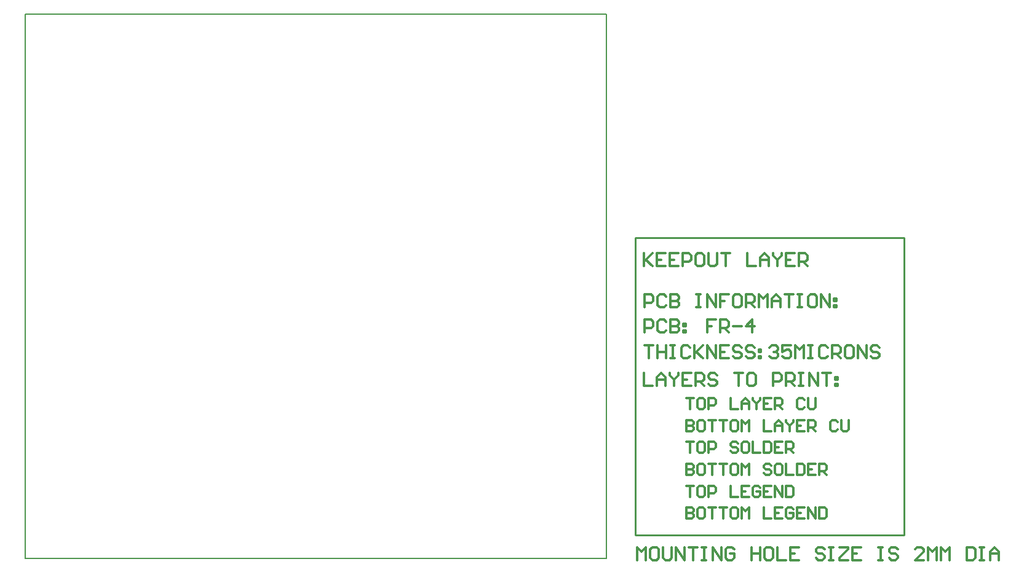
<source format=gko>
%FSLAX25Y25*%
%MOIN*%
G70*
G01*
G75*
G04 Layer_Color=16711935*
%ADD10C,0.03000*%
%ADD11C,0.01800*%
%ADD12C,0.02200*%
%ADD13C,0.00800*%
%ADD14C,0.01400*%
%ADD15C,0.01575*%
%ADD16C,0.19685*%
%ADD17O,0.07500X0.09000*%
%ADD18R,0.07500X0.09000*%
%ADD19C,0.09000*%
%ADD20R,0.09000X0.07500*%
%ADD21O,0.09000X0.07500*%
%ADD22C,0.07500*%
%ADD23C,0.09843*%
%ADD24R,0.06693X0.06693*%
%ADD25R,0.06693X0.06693*%
%ADD26C,0.01600*%
%ADD27C,0.00787*%
%ADD28C,0.01000*%
%ADD29C,0.20485*%
%ADD30O,0.08300X0.09800*%
%ADD31R,0.08300X0.09800*%
%ADD32C,0.09800*%
%ADD33R,0.09800X0.08300*%
%ADD34O,0.09800X0.08300*%
%ADD35C,0.08300*%
%ADD36R,0.07493X0.07493*%
%ADD37R,0.07493X0.07493*%
%ADD38C,0.01200*%
%ADD39P,0.10607X4X90.0*%
D13*
X393701Y393701D02*
Y688976D01*
X708661D01*
Y393701D02*
Y688976D01*
X393701Y393701D02*
X708661D01*
D28*
X724279Y406311D02*
Y567811D01*
Y406311D02*
X869949D01*
Y567811D01*
X724279D02*
X869949D01*
D38*
X725500Y392811D02*
Y399809D01*
X727833Y397476D01*
X730165Y399809D01*
Y392811D01*
X735997Y399809D02*
X733664D01*
X732498Y398642D01*
Y393977D01*
X733664Y392811D01*
X735997D01*
X737163Y393977D01*
Y398642D01*
X735997Y399809D01*
X739496D02*
Y393977D01*
X740662Y392811D01*
X742994D01*
X744161Y393977D01*
Y399809D01*
X746493Y392811D02*
Y399809D01*
X751158Y392811D01*
Y399809D01*
X753491D02*
X758156D01*
X755824D01*
Y392811D01*
X760489Y399809D02*
X762821D01*
X761655D01*
Y392811D01*
X760489D01*
X762821D01*
X766320D02*
Y399809D01*
X770985Y392811D01*
Y399809D01*
X777983Y398642D02*
X776817Y399809D01*
X774484D01*
X773318Y398642D01*
Y393977D01*
X774484Y392811D01*
X776817D01*
X777983Y393977D01*
Y396310D01*
X775651D01*
X787313Y399809D02*
Y392811D01*
Y396310D01*
X791979D01*
Y399809D01*
Y392811D01*
X797810Y399809D02*
X795477D01*
X794311Y398642D01*
Y393977D01*
X795477Y392811D01*
X797810D01*
X798976Y393977D01*
Y398642D01*
X797810Y399809D01*
X801309D02*
Y392811D01*
X805974D01*
X812972Y399809D02*
X808307D01*
Y392811D01*
X812972D01*
X808307Y396310D02*
X810639D01*
X826967Y398642D02*
X825801Y399809D01*
X823468D01*
X822302Y398642D01*
Y397476D01*
X823468Y396310D01*
X825801D01*
X826967Y395144D01*
Y393977D01*
X825801Y392811D01*
X823468D01*
X822302Y393977D01*
X829300Y399809D02*
X831632D01*
X830466D01*
Y392811D01*
X829300D01*
X831632D01*
X835131Y399809D02*
X839796D01*
Y398642D01*
X835131Y393977D01*
Y392811D01*
X839796D01*
X846794Y399809D02*
X842129D01*
Y392811D01*
X846794D01*
X842129Y396310D02*
X844462D01*
X856124Y399809D02*
X858457D01*
X857291D01*
Y392811D01*
X856124D01*
X858457D01*
X866621Y398642D02*
X865455Y399809D01*
X863122D01*
X861956Y398642D01*
Y397476D01*
X863122Y396310D01*
X865455D01*
X866621Y395144D01*
Y393977D01*
X865455Y392811D01*
X863122D01*
X861956Y393977D01*
X880617Y392811D02*
X875951D01*
X880617Y397476D01*
Y398642D01*
X879450Y399809D01*
X877118D01*
X875951Y398642D01*
X882949Y392811D02*
Y399809D01*
X885282Y397476D01*
X887614Y399809D01*
Y392811D01*
X889947D02*
Y399809D01*
X892280Y397476D01*
X894612Y399809D01*
Y392811D01*
X903942Y399809D02*
Y392811D01*
X907441D01*
X908607Y393977D01*
Y398642D01*
X907441Y399809D01*
X903942D01*
X910940D02*
X913273D01*
X912106D01*
Y392811D01*
X910940D01*
X913273D01*
X916772D02*
Y397476D01*
X919104Y399809D01*
X921437Y397476D01*
Y392811D01*
Y396310D01*
X916772D01*
X752000Y433209D02*
X755999D01*
X753999D01*
Y427211D01*
X760997Y433209D02*
X758998D01*
X757998Y432209D01*
Y428211D01*
X758998Y427211D01*
X760997D01*
X761997Y428211D01*
Y432209D01*
X760997Y433209D01*
X763996Y427211D02*
Y433209D01*
X766995D01*
X767995Y432209D01*
Y430210D01*
X766995Y429210D01*
X763996D01*
X775992Y433209D02*
Y427211D01*
X779991D01*
X785989Y433209D02*
X781990D01*
Y427211D01*
X785989D01*
X781990Y430210D02*
X783990D01*
X791987Y432209D02*
X790987Y433209D01*
X788988D01*
X787988Y432209D01*
Y428211D01*
X788988Y427211D01*
X790987D01*
X791987Y428211D01*
Y430210D01*
X789988D01*
X797985Y433209D02*
X793986D01*
Y427211D01*
X797985D01*
X793986Y430210D02*
X795986D01*
X799985Y427211D02*
Y433209D01*
X803983Y427211D01*
Y433209D01*
X805982D02*
Y427211D01*
X808982D01*
X809981Y428211D01*
Y432209D01*
X808982Y433209D01*
X805982D01*
X729000Y559309D02*
Y552311D01*
Y554644D01*
X733665Y559309D01*
X730166Y555810D01*
X733665Y552311D01*
X740663Y559309D02*
X735998D01*
Y552311D01*
X740663D01*
X735998Y555810D02*
X738330D01*
X747661Y559309D02*
X742996D01*
Y552311D01*
X747661D01*
X742996Y555810D02*
X745328D01*
X749993Y552311D02*
Y559309D01*
X753492D01*
X754658Y558143D01*
Y555810D01*
X753492Y554644D01*
X749993D01*
X760490Y559309D02*
X758157D01*
X756991Y558143D01*
Y553477D01*
X758157Y552311D01*
X760490D01*
X761656Y553477D01*
Y558143D01*
X760490Y559309D01*
X763989D02*
Y553477D01*
X765155Y552311D01*
X767488D01*
X768654Y553477D01*
Y559309D01*
X770986D02*
X775652D01*
X773319D01*
Y552311D01*
X784982Y559309D02*
Y552311D01*
X789647D01*
X791980D02*
Y556976D01*
X794312Y559309D01*
X796645Y556976D01*
Y552311D01*
Y555810D01*
X791980D01*
X798977Y559309D02*
Y558143D01*
X801310Y555810D01*
X803643Y558143D01*
Y559309D01*
X801310Y555810D02*
Y552311D01*
X810640Y559309D02*
X805975D01*
Y552311D01*
X810640D01*
X805975Y555810D02*
X808308D01*
X812973Y552311D02*
Y559309D01*
X816472D01*
X817638Y558143D01*
Y555810D01*
X816472Y554644D01*
X812973D01*
X815306D02*
X817638Y552311D01*
X729500Y529968D02*
Y536966D01*
X732999D01*
X734165Y535800D01*
Y533467D01*
X732999Y532301D01*
X729500D01*
X741163Y535800D02*
X739997Y536966D01*
X737664D01*
X736498Y535800D01*
Y531134D01*
X737664Y529968D01*
X739997D01*
X741163Y531134D01*
X743496Y536966D02*
Y529968D01*
X746994D01*
X748161Y531134D01*
Y532301D01*
X746994Y533467D01*
X743496D01*
X746994D01*
X748161Y534633D01*
Y535800D01*
X746994Y536966D01*
X743496D01*
X757491D02*
X759824D01*
X758657D01*
Y529968D01*
X757491D01*
X759824D01*
X763322D02*
Y536966D01*
X767988Y529968D01*
Y536966D01*
X774985D02*
X770320D01*
Y533467D01*
X772653D01*
X770320D01*
Y529968D01*
X780817Y536966D02*
X778484D01*
X777318Y535800D01*
Y531134D01*
X778484Y529968D01*
X780817D01*
X781983Y531134D01*
Y535800D01*
X780817Y536966D01*
X784316Y529968D02*
Y536966D01*
X787815D01*
X788981Y535800D01*
Y533467D01*
X787815Y532301D01*
X784316D01*
X786648D02*
X788981Y529968D01*
X791313D02*
Y536966D01*
X793646Y534633D01*
X795978Y536966D01*
Y529968D01*
X798311D02*
Y534633D01*
X800644Y536966D01*
X802976Y534633D01*
Y529968D01*
Y533467D01*
X798311D01*
X805309Y536966D02*
X809974D01*
X807641D01*
Y529968D01*
X812307Y536966D02*
X814639D01*
X813473D01*
Y529968D01*
X812307D01*
X814639D01*
X821637Y536966D02*
X819304D01*
X818138Y535800D01*
Y531134D01*
X819304Y529968D01*
X821637D01*
X822803Y531134D01*
Y535800D01*
X821637Y536966D01*
X825136Y529968D02*
Y536966D01*
X829801Y529968D01*
Y536966D01*
X832133Y534633D02*
X833300D01*
Y533467D01*
X832133D01*
Y534633D01*
Y531134D02*
X833300D01*
Y529968D01*
X832133D01*
Y531134D01*
X729500Y509309D02*
X734165D01*
X731833D01*
Y502311D01*
X736498Y509309D02*
Y502311D01*
Y505810D01*
X741163D01*
Y509309D01*
Y502311D01*
X743496Y509309D02*
X745828D01*
X744662D01*
Y502311D01*
X743496D01*
X745828D01*
X753992Y508143D02*
X752826Y509309D01*
X750493D01*
X749327Y508143D01*
Y503477D01*
X750493Y502311D01*
X752826D01*
X753992Y503477D01*
X756325Y509309D02*
Y502311D01*
Y504644D01*
X760990Y509309D01*
X757491Y505810D01*
X760990Y502311D01*
X763322D02*
Y509309D01*
X767988Y502311D01*
Y509309D01*
X774985D02*
X770320D01*
Y502311D01*
X774985D01*
X770320Y505810D02*
X772653D01*
X781983Y508143D02*
X780817Y509309D01*
X778484D01*
X777318Y508143D01*
Y506976D01*
X778484Y505810D01*
X780817D01*
X781983Y504644D01*
Y503477D01*
X780817Y502311D01*
X778484D01*
X777318Y503477D01*
X788981Y508143D02*
X787815Y509309D01*
X785482D01*
X784316Y508143D01*
Y506976D01*
X785482Y505810D01*
X787815D01*
X788981Y504644D01*
Y503477D01*
X787815Y502311D01*
X785482D01*
X784316Y503477D01*
X791313Y506976D02*
X792480D01*
Y505810D01*
X791313D01*
Y506976D01*
Y503477D02*
X792480D01*
Y502311D01*
X791313D01*
Y503477D01*
X797145Y508143D02*
X798311Y509309D01*
X800644D01*
X801810Y508143D01*
Y506976D01*
X800644Y505810D01*
X799477D01*
X800644D01*
X801810Y504644D01*
Y503477D01*
X800644Y502311D01*
X798311D01*
X797145Y503477D01*
X808808Y509309D02*
X804143D01*
Y505810D01*
X806475Y506976D01*
X807641D01*
X808808Y505810D01*
Y503477D01*
X807641Y502311D01*
X805309D01*
X804143Y503477D01*
X811140Y502311D02*
Y509309D01*
X813473Y506976D01*
X815806Y509309D01*
Y502311D01*
X818138Y509309D02*
X820471D01*
X819304D01*
Y502311D01*
X818138D01*
X820471D01*
X828635Y508143D02*
X827468Y509309D01*
X825136D01*
X823969Y508143D01*
Y503477D01*
X825136Y502311D01*
X827468D01*
X828635Y503477D01*
X830967Y502311D02*
Y509309D01*
X834466D01*
X835632Y508143D01*
Y505810D01*
X834466Y504644D01*
X830967D01*
X833300D02*
X835632Y502311D01*
X841464Y509309D02*
X839131D01*
X837965Y508143D01*
Y503477D01*
X839131Y502311D01*
X841464D01*
X842630Y503477D01*
Y508143D01*
X841464Y509309D01*
X844963Y502311D02*
Y509309D01*
X849628Y502311D01*
Y509309D01*
X856626Y508143D02*
X855459Y509309D01*
X853127D01*
X851960Y508143D01*
Y506976D01*
X853127Y505810D01*
X855459D01*
X856626Y504644D01*
Y503477D01*
X855459Y502311D01*
X853127D01*
X851960Y503477D01*
X729500Y516311D02*
Y523309D01*
X732999D01*
X734165Y522143D01*
Y519810D01*
X732999Y518644D01*
X729500D01*
X741163Y522143D02*
X739997Y523309D01*
X737664D01*
X736498Y522143D01*
Y517477D01*
X737664Y516311D01*
X739997D01*
X741163Y517477D01*
X743496Y523309D02*
Y516311D01*
X746994D01*
X748161Y517477D01*
Y518644D01*
X746994Y519810D01*
X743496D01*
X746994D01*
X748161Y520976D01*
Y522143D01*
X746994Y523309D01*
X743496D01*
X750493Y520976D02*
X751659D01*
Y519810D01*
X750493D01*
Y520976D01*
Y517477D02*
X751659D01*
Y516311D01*
X750493D01*
Y517477D01*
X767988Y523309D02*
X763322D01*
Y519810D01*
X765655D01*
X763322D01*
Y516311D01*
X770320D02*
Y523309D01*
X773819D01*
X774985Y522143D01*
Y519810D01*
X773819Y518644D01*
X770320D01*
X772653D02*
X774985Y516311D01*
X777318Y519810D02*
X781983D01*
X787815Y516311D02*
Y523309D01*
X784316Y519810D01*
X788981D01*
X729000Y494309D02*
Y487311D01*
X733665D01*
X735998D02*
Y491976D01*
X738330Y494309D01*
X740663Y491976D01*
Y487311D01*
Y490810D01*
X735998D01*
X742996Y494309D02*
Y493143D01*
X745328Y490810D01*
X747661Y493143D01*
Y494309D01*
X745328Y490810D02*
Y487311D01*
X754658Y494309D02*
X749993D01*
Y487311D01*
X754658D01*
X749993Y490810D02*
X752326D01*
X756991Y487311D02*
Y494309D01*
X760490D01*
X761656Y493143D01*
Y490810D01*
X760490Y489644D01*
X756991D01*
X759324D02*
X761656Y487311D01*
X768654Y493143D02*
X767488Y494309D01*
X765155D01*
X763989Y493143D01*
Y491976D01*
X765155Y490810D01*
X767488D01*
X768654Y489644D01*
Y488477D01*
X767488Y487311D01*
X765155D01*
X763989Y488477D01*
X777984Y494309D02*
X782649D01*
X780317D01*
Y487311D01*
X788481Y494309D02*
X786148D01*
X784982Y493143D01*
Y488477D01*
X786148Y487311D01*
X788481D01*
X789647Y488477D01*
Y493143D01*
X788481Y494309D01*
X798977Y487311D02*
Y494309D01*
X802476D01*
X803643Y493143D01*
Y490810D01*
X802476Y489644D01*
X798977D01*
X805975Y487311D02*
Y494309D01*
X809474D01*
X810640Y493143D01*
Y490810D01*
X809474Y489644D01*
X805975D01*
X808308D02*
X810640Y487311D01*
X812973Y494309D02*
X815306D01*
X814139D01*
Y487311D01*
X812973D01*
X815306D01*
X818804D02*
Y494309D01*
X823470Y487311D01*
Y494309D01*
X825802D02*
X830467D01*
X828135D01*
Y487311D01*
X832800Y491976D02*
X833966D01*
Y490810D01*
X832800D01*
Y491976D01*
Y488477D02*
X833966D01*
Y487311D01*
X832800D01*
Y488477D01*
X752000Y468909D02*
Y462911D01*
X754999D01*
X755999Y463911D01*
Y464910D01*
X754999Y465910D01*
X752000D01*
X754999D01*
X755999Y466910D01*
Y467909D01*
X754999Y468909D01*
X752000D01*
X760997D02*
X758998D01*
X757998Y467909D01*
Y463911D01*
X758998Y462911D01*
X760997D01*
X761997Y463911D01*
Y467909D01*
X760997Y468909D01*
X763996D02*
X767995D01*
X765996D01*
Y462911D01*
X769994Y468909D02*
X773993D01*
X771993D01*
Y462911D01*
X778991Y468909D02*
X776992D01*
X775992Y467909D01*
Y463911D01*
X776992Y462911D01*
X778991D01*
X779991Y463911D01*
Y467909D01*
X778991Y468909D01*
X781990Y462911D02*
Y468909D01*
X783990Y466910D01*
X785989Y468909D01*
Y462911D01*
X793986Y468909D02*
Y462911D01*
X797985D01*
X799985D02*
Y466910D01*
X801984Y468909D01*
X803983Y466910D01*
Y462911D01*
Y465910D01*
X799985D01*
X805982Y468909D02*
Y467909D01*
X807982Y465910D01*
X809981Y467909D01*
Y468909D01*
X807982Y465910D02*
Y462911D01*
X815979Y468909D02*
X811981D01*
Y462911D01*
X815979D01*
X811981Y465910D02*
X813980D01*
X817979Y462911D02*
Y468909D01*
X820978D01*
X821977Y467909D01*
Y465910D01*
X820978Y464910D01*
X817979D01*
X819978D02*
X821977Y462911D01*
X833974Y467909D02*
X832974Y468909D01*
X830974D01*
X829975Y467909D01*
Y463911D01*
X830974Y462911D01*
X832974D01*
X833974Y463911D01*
X835973Y468909D02*
Y463911D01*
X836973Y462911D01*
X838972D01*
X839972Y463911D01*
Y468909D01*
X752000Y421309D02*
Y415311D01*
X754999D01*
X755999Y416311D01*
Y417310D01*
X754999Y418310D01*
X752000D01*
X754999D01*
X755999Y419310D01*
Y420309D01*
X754999Y421309D01*
X752000D01*
X760997D02*
X758998D01*
X757998Y420309D01*
Y416311D01*
X758998Y415311D01*
X760997D01*
X761997Y416311D01*
Y420309D01*
X760997Y421309D01*
X763996D02*
X767995D01*
X765996D01*
Y415311D01*
X769994Y421309D02*
X773993D01*
X771993D01*
Y415311D01*
X778991Y421309D02*
X776992D01*
X775992Y420309D01*
Y416311D01*
X776992Y415311D01*
X778991D01*
X779991Y416311D01*
Y420309D01*
X778991Y421309D01*
X781990Y415311D02*
Y421309D01*
X783990Y419310D01*
X785989Y421309D01*
Y415311D01*
X793986Y421309D02*
Y415311D01*
X797985D01*
X803983Y421309D02*
X799985D01*
Y415311D01*
X803983D01*
X799985Y418310D02*
X801984D01*
X809981Y420309D02*
X808982Y421309D01*
X806982D01*
X805982Y420309D01*
Y416311D01*
X806982Y415311D01*
X808982D01*
X809981Y416311D01*
Y418310D01*
X807982D01*
X815979Y421309D02*
X811981D01*
Y415311D01*
X815979D01*
X811981Y418310D02*
X813980D01*
X817979Y415311D02*
Y421309D01*
X821977Y415311D01*
Y421309D01*
X823977D02*
Y415311D01*
X826976D01*
X827975Y416311D01*
Y420309D01*
X826976Y421309D01*
X823977D01*
X752000Y480809D02*
X755999D01*
X753999D01*
Y474811D01*
X760997Y480809D02*
X758998D01*
X757998Y479809D01*
Y475811D01*
X758998Y474811D01*
X760997D01*
X761997Y475811D01*
Y479809D01*
X760997Y480809D01*
X763996Y474811D02*
Y480809D01*
X766995D01*
X767995Y479809D01*
Y477810D01*
X766995Y476810D01*
X763996D01*
X775992Y480809D02*
Y474811D01*
X779991D01*
X781990D02*
Y478810D01*
X783990Y480809D01*
X785989Y478810D01*
Y474811D01*
Y477810D01*
X781990D01*
X787988Y480809D02*
Y479809D01*
X789988Y477810D01*
X791987Y479809D01*
Y480809D01*
X789988Y477810D02*
Y474811D01*
X797985Y480809D02*
X793986D01*
Y474811D01*
X797985D01*
X793986Y477810D02*
X795986D01*
X799985Y474811D02*
Y480809D01*
X802983D01*
X803983Y479809D01*
Y477810D01*
X802983Y476810D01*
X799985D01*
X801984D02*
X803983Y474811D01*
X815979Y479809D02*
X814980Y480809D01*
X812980D01*
X811981Y479809D01*
Y475811D01*
X812980Y474811D01*
X814980D01*
X815979Y475811D01*
X817979Y480809D02*
Y475811D01*
X818978Y474811D01*
X820978D01*
X821977Y475811D01*
Y480809D01*
X752000Y457009D02*
X755999D01*
X753999D01*
Y451011D01*
X760997Y457009D02*
X758998D01*
X757998Y456009D01*
Y452011D01*
X758998Y451011D01*
X760997D01*
X761997Y452011D01*
Y456009D01*
X760997Y457009D01*
X763996Y451011D02*
Y457009D01*
X766995D01*
X767995Y456009D01*
Y454010D01*
X766995Y453010D01*
X763996D01*
X779991Y456009D02*
X778991Y457009D01*
X776992D01*
X775992Y456009D01*
Y455010D01*
X776992Y454010D01*
X778991D01*
X779991Y453010D01*
Y452011D01*
X778991Y451011D01*
X776992D01*
X775992Y452011D01*
X784989Y457009D02*
X782990D01*
X781990Y456009D01*
Y452011D01*
X782990Y451011D01*
X784989D01*
X785989Y452011D01*
Y456009D01*
X784989Y457009D01*
X787988D02*
Y451011D01*
X791987D01*
X793986Y457009D02*
Y451011D01*
X796985D01*
X797985Y452011D01*
Y456009D01*
X796985Y457009D01*
X793986D01*
X803983D02*
X799985D01*
Y451011D01*
X803983D01*
X799985Y454010D02*
X801984D01*
X805982Y451011D02*
Y457009D01*
X808982D01*
X809981Y456009D01*
Y454010D01*
X808982Y453010D01*
X805982D01*
X807982D02*
X809981Y451011D01*
X752000Y445109D02*
Y439111D01*
X754999D01*
X755999Y440111D01*
Y441110D01*
X754999Y442110D01*
X752000D01*
X754999D01*
X755999Y443110D01*
Y444109D01*
X754999Y445109D01*
X752000D01*
X760997D02*
X758998D01*
X757998Y444109D01*
Y440111D01*
X758998Y439111D01*
X760997D01*
X761997Y440111D01*
Y444109D01*
X760997Y445109D01*
X763996D02*
X767995D01*
X765996D01*
Y439111D01*
X769994Y445109D02*
X773993D01*
X771993D01*
Y439111D01*
X778991Y445109D02*
X776992D01*
X775992Y444109D01*
Y440111D01*
X776992Y439111D01*
X778991D01*
X779991Y440111D01*
Y444109D01*
X778991Y445109D01*
X781990Y439111D02*
Y445109D01*
X783990Y443110D01*
X785989Y445109D01*
Y439111D01*
X797985Y444109D02*
X796985Y445109D01*
X794986D01*
X793986Y444109D01*
Y443110D01*
X794986Y442110D01*
X796985D01*
X797985Y441110D01*
Y440111D01*
X796985Y439111D01*
X794986D01*
X793986Y440111D01*
X802983Y445109D02*
X800984D01*
X799985Y444109D01*
Y440111D01*
X800984Y439111D01*
X802983D01*
X803983Y440111D01*
Y444109D01*
X802983Y445109D01*
X805982D02*
Y439111D01*
X809981D01*
X811981Y445109D02*
Y439111D01*
X814980D01*
X815979Y440111D01*
Y444109D01*
X814980Y445109D01*
X811981D01*
X821977D02*
X817979D01*
Y439111D01*
X821977D01*
X817979Y442110D02*
X819978D01*
X823977Y439111D02*
Y445109D01*
X826976D01*
X827975Y444109D01*
Y442110D01*
X826976Y441110D01*
X823977D01*
X825976D02*
X827975Y439111D01*
M02*

</source>
